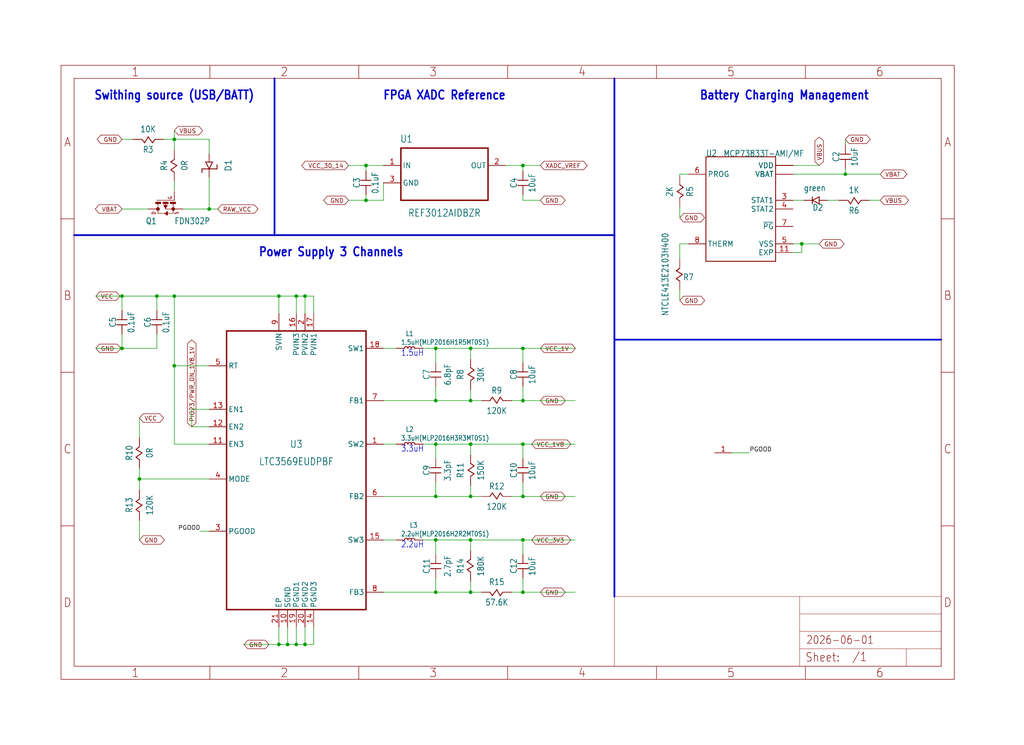
<source format=kicad_sch>
(kicad_sch (version 20250114) (generator "eeschema") (generator_version "9.0")
  (paper "User" 298.45 217.322)
  (lib_symbols
    (symbol "env-eagle-import:A4L-LOC"
      (symbol "A4L-LOC_1_0"
        (polyline (pts (xy 0 179.07) (xy 260.35 179.07) (xy 260.35 0) (xy 0 0) (xy 0 179.07)))
        (polyline (pts (xy 0 134.3025) (xy 3.81 134.3025)))
        (polyline (pts (xy 0 89.535) (xy 3.81 89.535)))
        (polyline (pts (xy 0 44.7675) (xy 3.81 44.7675)))
        (polyline (pts (xy 3.81 175.26) (xy 3.81 3.81)))
        (polyline (pts (xy 43.3917 179.07) (xy 43.3917 175.26)))
        (polyline (pts (xy 43.3917 3.81) (xy 43.3917 0)))
        (polyline (pts (xy 86.7833 179.07) (xy 86.7833 175.26)))
        (polyline (pts (xy 86.7833 3.81) (xy 86.7833 0)))
        (polyline (pts (xy 130.175 179.07) (xy 130.175 175.26)))
        (polyline (pts (xy 130.175 3.81) (xy 130.175 0)))
        (polyline (pts (xy 161.29 24.13) (xy 215.265 24.13)) (stroke (width 0.1016)))
        (polyline (pts (xy 161.29 3.81) (xy 161.29 24.13)) (stroke (width 0.1016)))
        (polyline (pts (xy 173.5667 179.07) (xy 173.5667 175.26)))
        (polyline (pts (xy 173.5667 3.81) (xy 173.5667 0)))
        (polyline (pts (xy 215.265 24.13) (xy 256.54 24.13)) (stroke (width 0.1016)))
        (polyline (pts (xy 215.265 19.05) (xy 215.265 24.13)) (stroke (width 0.1016)))
        (polyline (pts (xy 215.265 19.05) (xy 256.54 19.05)) (stroke (width 0.1016)))
        (polyline (pts (xy 215.265 13.97) (xy 215.265 19.05)) (stroke (width 0.1016)))
        (polyline (pts (xy 215.265 13.97) (xy 256.54 13.97)) (stroke (width 0.1016)))
        (polyline (pts (xy 215.265 8.89) (xy 215.265 13.97)) (stroke (width 0.1016)))
        (polyline (pts (xy 215.265 8.89) (xy 215.265 3.81)) (stroke (width 0.1016)))
        (polyline (pts (xy 216.9583 179.07) (xy 216.9583 175.26)))
        (polyline (pts (xy 216.9583 3.81) (xy 216.9583 0)))
        (polyline (pts (xy 246.38 8.89) (xy 215.265 8.89)) (stroke (width 0.1016)))
        (polyline (pts (xy 246.38 8.89) (xy 256.54 8.89)) (stroke (width 0.1016)))
        (polyline (pts (xy 246.38 3.81) (xy 246.38 8.89)) (stroke (width 0.1016)))
        (polyline (pts (xy 256.54 175.26) (xy 3.81 175.26)))
        (polyline (pts (xy 256.54 175.26) (xy 256.54 3.81)))
        (polyline (pts (xy 256.54 134.3025) (xy 260.35 134.3025)))
        (polyline (pts (xy 256.54 89.535) (xy 260.35 89.535)))
        (polyline (pts (xy 256.54 44.7675) (xy 260.35 44.7675)))
        (polyline (pts (xy 256.54 19.05) (xy 256.54 24.13)) (stroke (width 0.1016)))
        (polyline (pts (xy 256.54 13.97) (xy 256.54 19.05)) (stroke (width 0.1016)))
        (polyline (pts (xy 256.54 8.89) (xy 256.54 13.97)) (stroke (width 0.1016)))
        (polyline (pts (xy 256.54 3.81) (xy 3.81 3.81)))
        (polyline (pts (xy 256.54 3.81) (xy 256.54 8.89)) (stroke (width 0.1016)))
        (text "A" (at 1.905 156.6863 0) (effects (font (size 2.54 2.286))))
        (text "B" (at 1.905 111.9188 0) (effects (font (size 2.54 2.286))))
        (text "C" (at 1.905 67.1513 0) (effects (font (size 2.54 2.286))))
        (text "D" (at 1.905 22.3838 0) (effects (font (size 2.54 2.286))))
        (text "1" (at 21.6958 177.165 0) (effects (font (size 2.54 2.286))))
        (text "1" (at 21.6958 1.905 0) (effects (font (size 2.54 2.286))))
        (text "2" (at 65.0875 177.165 0) (effects (font (size 2.54 2.286))))
        (text "2" (at 65.0875 1.905 0) (effects (font (size 2.54 2.286))))
        (text "3" (at 108.4792 177.165 0) (effects (font (size 2.54 2.286))))
        (text "3" (at 108.4792 1.905 0) (effects (font (size 2.54 2.286))))
        (text "4" (at 151.8708 177.165 0) (effects (font (size 2.54 2.286))))
        (text "4" (at 151.8708 1.905 0) (effects (font (size 2.54 2.286))))
        (text "5" (at 195.2625 177.165 0) (effects (font (size 2.54 2.286))))
        (text "5" (at 195.2625 1.905 0) (effects (font (size 2.54 2.286))))
        (text "Sheet:" (at 216.916 4.953 0) (effects (font (size 2.54 2.159)) (justify left bottom)))
        (text "${PROJECTNAME}" (at 217.17 15.24 0) (effects (font (size 2.54 2.159)) (justify left bottom)))
        (text "${CURRENT_DATE}" (at 217.17 10.16 0) (effects (font (size 2.286 1.9431)) (justify left bottom)))
        (text "${#}/${##}" (at 230.505 5.08 0) (effects (font (size 2.54 2.159)) (justify left bottom)))
        (text "6" (at 238.6542 177.165 0) (effects (font (size 2.54 2.286))))
        (text "6" (at 238.6542 1.905 0) (effects (font (size 2.54 2.286))))
        (text "A" (at 258.445 156.6863 0) (effects (font (size 2.54 2.286))))
        (text "B" (at 258.445 111.9188 0) (effects (font (size 2.54 2.286))))
        (text "C" (at 258.445 67.1513 0) (effects (font (size 2.54 2.286))))
        (text "D" (at 258.445 22.3838 0) (effects (font (size 2.54 2.286))))
      )
    )
    (symbol "env-eagle-import:CAPACITOR0402"
      (property "Reference" "C" (at 0 1.714 0))
      (symbol "CAPACITOR0402_1_0"
        (polyline (pts (xy -0.762 1.524) (xy -0.762 -1.524)) (stroke (width 0.254)))
        (polyline (pts (xy 0.762 -1.524) (xy 0.762 1.524)) (stroke (width 0.254)))
        (pin bidirectional line (at -3.46 0 0) (length 2.54) (name "P$1") (number "1"))
        (pin bidirectional line (at 3.46 0 180) (length 2.54) (name "P$2") (number "2"))
      )
    )
    (symbol "env-eagle-import:CAPACITOR0603"
      (property "Reference" "C" (at 0 1.714 0))
      (symbol "CAPACITOR0603_1_0"
        (polyline (pts (xy -0.762 1.524) (xy -0.762 -1.524)) (stroke (width 0.254)))
        (polyline (pts (xy 0.762 -1.524) (xy 0.762 1.524)) (stroke (width 0.254)))
        (pin bidirectional line (at -3.46 0 0) (length 2.54) (name "P$1") (number "1"))
        (pin bidirectional line (at 3.46 0 180) (length 2.54) (name "P$2") (number "2"))
      )
    )
    (symbol "env-eagle-import:CAPACITOR0805"
      (property "Reference" "C" (at 0 1.714 0))
      (symbol "CAPACITOR0805_1_0"
        (polyline (pts (xy -0.762 1.524) (xy -0.762 -1.524)) (stroke (width 0.254)))
        (polyline (pts (xy 0.762 -1.524) (xy 0.762 1.524)) (stroke (width 0.254)))
        (pin bidirectional line (at -3.46 0 0) (length 2.54) (name "P$1") (number "1"))
        (pin bidirectional line (at 3.46 0 180) (length 2.54) (name "P$2") (number "2"))
      )
    )
    (symbol "env-eagle-import:FDN302P"
      (property "Reference" "Q" (at 2.5427 0 0))
      (symbol "FDN302P_1_0"
        (polyline (pts (xy -2.54 -2.54) (xy -2.54 2.54)) (stroke (width 0.1524)))
        (rectangle (start -2.0358 -2.9265) (end -1.524 -1.397) (fill (type outline)))
        (rectangle (start -2.0337 1.3982) (end -1.524 2.9209) (fill (type outline)))
        (rectangle (start -2.0323 -0.7621) (end -1.524 0.762) (fill (type outline)))
        (polyline (pts (xy -1.905 -2.2225) (xy 0 -2.2225)) (stroke (width 0.1524)))
        (polyline (pts (xy -1.5875 2.2225) (xy 0 2.2225)) (stroke (width 0.1524)))
        (polyline (pts (xy -1.0795 0) (xy -1.905 0)) (stroke (width 0.1524)))
        (polyline (pts (xy -0.0635 0) (xy -1.0795 0.635) (xy -1.0795 -0.635)) (stroke (width 0.1016)) (fill (type outline)))
        (polyline (pts (xy 0 2.54) (xy 0 2.2225)) (stroke (width 0.1524)))
        (circle (center 0 2.2225) (radius 0.127) (stroke (width 0.4064)))
        (polyline (pts (xy 0 2.2225) (xy 1.27 2.2225)) (stroke (width 0.1524)))
        (polyline (pts (xy 0 0) (xy 0 -2.2225)) (stroke (width 0.1524)))
        (polyline (pts (xy 0 -2.2225) (xy 0 -2.54)) (stroke (width 0.1524)))
        (circle (center 0 -2.2225) (radius 0.127) (stroke (width 0.4064)))
        (polyline (pts (xy 1.27 2.2225) (xy 1.27 -2.2225)) (stroke (width 0.1524)))
        (polyline (pts (xy 1.27 0.3175) (xy 1.778 -0.4445) (xy 0.762 -0.4445)) (stroke (width 0.1524)) (fill (type outline)))
        (polyline (pts (xy 1.27 -2.2225) (xy 0 -2.2225)) (stroke (width 0.1524)))
        (rectangle (start 1.778 -0.3174) (end 0.7632 -0.5723) (fill (type outline)))
        (text "G" (at -3.8139 -1.9069 0) (effects (font (size 1.017 0.8644)) (justify left bottom)))
        (text "D" (at 0.6357 2.8607 0) (effects (font (size 1.0171 0.8645)) (justify left bottom)))
        (text "S" (at 0.636 -3.8164 0) (effects (font (size 1.0177 0.865)) (justify left bottom)))
        (pin passive line (at -5.08 -2.54 0) (length 2.54) (name "G") (number "1"))
        (pin passive line (at 0 5.08 270) (length 2.54) (name "D") (number "3"))
        (pin passive line (at 0 -5.08 90) (length 2.54) (name "S") (number "2"))
      )
    )
    (symbol "env-eagle-import:INDUCTORDFE201612E-R33M=P2"
      (property "Reference" "L" (at 0 3.54 0))
      (symbol "INDUCTORDFE201612E-R33M=P2_1_0"
        (arc (start -1.5 0) (mid -1 0.5) (end -0.5 0) (stroke (width 0.254)))
        (arc (start -0.5 0) (mid 0 0.5) (end 0.5 0) (stroke (width 0.254)))
        (arc (start 0.5 0) (mid 1 0.5) (end 1.5 0) (stroke (width 0.254)))
        (pin bidirectional line (at -3.96 0 0) (length 2.54) (name "P$1") (number "1"))
        (pin bidirectional line (at 3.96 0 180) (length 2.54) (name "P$2") (number "2"))
      )
    )
    (symbol "env-eagle-import:LED0402"
      (property "Reference" "D" (at -3 2 0))
      (symbol "LED0402_1_0"
        (polyline (pts (xy -1 1) (xy -1 -1)) (stroke (width 0.254)))
        (polyline (pts (xy -1 -1) (xy 1 0)) (stroke (width 0.254)))
        (polyline (pts (xy 1 1) (xy 1 0)) (stroke (width 0.254)))
        (polyline (pts (xy 1 0) (xy -1 1)) (stroke (width 0.254)))
        (polyline (pts (xy 1 0) (xy 1 -1)) (stroke (width 0.254)))
        (pin bidirectional line (at -3.46 0 0) (length 2.54) (name "1") (number "1"))
        (pin bidirectional line (at 3.46 0 180) (length 2.54) (name "2") (number "2"))
      )
    )
    (symbol "env-eagle-import:LTC3569EUDPBF"
      (property "Reference" "U" (at 0 2.54 0))
      (symbol "LTC3569EUDPBF_1_0"
        (polyline (pts (xy -20.32 35.56) (xy -20.32 -45.72)) (stroke (width 0.4064)))
        (polyline (pts (xy -20.32 -45.72) (xy 20.32 -45.72)) (stroke (width 0.4064)))
        (polyline (pts (xy 20.32 35.56) (xy -20.32 35.56)) (stroke (width 0.4064)))
        (polyline (pts (xy 20.32 -45.72) (xy 20.32 35.56)) (stroke (width 0.4064)))
        (pin passive line (at -25.4 25.4 0) (length 5.08) (name "RT") (number "5"))
        (pin input line (at -25.4 12.7 0) (length 5.08) (name "EN1") (number "13"))
        (pin input line (at -25.4 7.62 0) (length 5.08) (name "EN2") (number "12"))
        (pin input line (at -25.4 2.54 0) (length 5.08) (name "EN3") (number "11"))
        (pin input line (at -25.4 -7.62 0) (length 5.08) (name "MODE") (number "4"))
        (pin output line (at -25.4 -22.86 0) (length 5.08) (name "PGOOD") (number "3"))
        (pin power_in line (at -5.08 40.64 270) (length 5.08) (name "SVIN") (number "9"))
        (pin passive line (at -5.08 -50.8 90) (length 5.08) (name "EP") (number "21"))
        (pin passive line (at -2.54 -50.8 90) (length 5.08) (name "SGND") (number "10"))
        (pin power_in line (at 0 40.64 270) (length 5.08) (name "PVIN3") (number "16"))
        (pin passive line (at 0 -50.8 90) (length 5.08) (name "PGND1") (number "19"))
        (pin power_in line (at 2.54 40.64 270) (length 5.08) (name "PVIN2") (number "2"))
        (pin passive line (at 2.54 -50.8 90) (length 5.08) (name "PGND2") (number "20"))
        (pin power_in line (at 5.08 40.64 270) (length 5.08) (name "PVIN1") (number "17"))
        (pin passive line (at 5.08 -50.8 90) (length 5.08) (name "PGND3") (number "14"))
        (pin passive line (at 25.4 30.48 180) (length 5.08) (name "SW1") (number "18"))
        (pin input line (at 25.4 15.24 180) (length 5.08) (name "FB1") (number "7"))
        (pin passive line (at 25.4 2.54 180) (length 5.08) (name "SW2") (number "1"))
        (pin input line (at 25.4 -12.7 180) (length 5.08) (name "FB2") (number "6"))
        (pin passive line (at 25.4 -25.4 180) (length 5.08) (name "SW3") (number "15"))
        (pin input line (at 25.4 -40.64 180) (length 5.08) (name "FB3") (number "8"))
      )
    )
    (symbol "env-eagle-import:MCP73833T-AMI/MF"
      (property "Reference" "U" (at -10.1768 15.2652 0))
      (symbol "MCP73833T-AMI/MF_1_0"
        (polyline (pts (xy -10.16 15.24) (xy 10.16 15.24)) (stroke (width 0.254)))
        (polyline (pts (xy -10.16 -15.24) (xy -10.16 15.24)) (stroke (width 0.254)))
        (polyline (pts (xy 10.16 15.24) (xy 10.16 -15.24)) (stroke (width 0.254)))
        (polyline (pts (xy 10.16 -15.24) (xy -10.16 -15.24)) (stroke (width 0.254)))
        (pin bidirectional line (at -15.24 10.16 0) (length 5.08) (name "PROG") (number "6"))
        (pin bidirectional line (at -15.24 -10.16 0) (length 5.08) (name "THERM") (number "8"))
        (pin bidirectional line (at 15.24 12.7 180) (length 5.08) (name "VDD") (number "1"))
        (pin bidirectional line (at 15.24 12.7 180) (length 5.08) (name "VDD") (number "2"))
        (pin bidirectional line (at 15.24 10.16 180) (length 5.08) (name "VBAT") (number "10"))
        (pin bidirectional line (at 15.24 10.16 180) (length 5.08) (name "VBAT") (number "9"))
        (pin bidirectional line (at 15.24 2.54 180) (length 5.08) (name "STAT1") (number "3"))
        (pin bidirectional line (at 15.24 0 180) (length 5.08) (name "STAT2") (number "4"))
        (pin bidirectional line (at 15.24 -5.08 180) (length 5.08) (name "~{PG}") (number "7"))
        (pin bidirectional line (at 15.24 -10.16 180) (length 5.08) (name "VSS") (number "5"))
        (pin bidirectional line (at 15.24 -12.7 180) (length 5.08) (name "EXP") (number "11"))
      )
    )
    (symbol "env-eagle-import:REF3012AIDBZR"
      (property "Reference" "U" (at -5.3697 11.6762 0))
      (symbol "REF3012AIDBZR_1_0"
        (polyline (pts (xy -12.7 7.62) (xy -12.7 -7.62)) (stroke (width 0.4064)))
        (polyline (pts (xy -12.7 -7.62) (xy 12.7 -7.62)) (stroke (width 0.4064)))
        (polyline (pts (xy 12.7 7.62) (xy -12.7 7.62)) (stroke (width 0.4064)))
        (polyline (pts (xy 12.7 -7.62) (xy 12.7 7.62)) (stroke (width 0.4064)))
        (pin bidirectional line (at -17.78 2.54 0) (length 5.08) (name "IN") (number "1"))
        (pin bidirectional line (at -17.78 -2.54 0) (length 5.08) (name "GND") (number "3"))
        (pin output line (at 17.78 2.54 180) (length 5.08) (name "OUT") (number "2"))
      )
    )
    (symbol "env-eagle-import:RESISTORSMD_0402"
      (property "Reference" "R" (at 0 2 0))
      (symbol "RESISTORSMD_0402_1_0"
        (polyline (pts (xy -2 0) (xy -1.27 1.016)) (stroke (width 0.254)))
        (polyline (pts (xy -1.27 1.016) (xy 0 -0.762)) (stroke (width 0.254)))
        (polyline (pts (xy 0 -0.762) (xy 1.016 1.016)) (stroke (width 0.254)))
        (polyline (pts (xy 1.016 1.016) (xy 1.778 0)) (stroke (width 0.254)))
        (pin bidirectional line (at -4.46 0 0) (length 2.54) (name "1") (number "1"))
        (pin bidirectional line (at 4.46 0 180) (length 2.54) (name "2") (number "2"))
      )
    )
    (symbol "env-eagle-import:RESISTORTHT_THERMAL"
      (property "Reference" "R" (at 0 2 0))
      (symbol "RESISTORTHT_THERMAL_1_0"
        (polyline (pts (xy -2 0) (xy -1.27 1.016)) (stroke (width 0.254)))
        (polyline (pts (xy -1.27 1.016) (xy 0 -0.762)) (stroke (width 0.254)))
        (polyline (pts (xy 0 -0.762) (xy 1.016 1.016)) (stroke (width 0.254)))
        (polyline (pts (xy 1.016 1.016) (xy 1.778 0)) (stroke (width 0.254)))
        (pin bidirectional line (at -4.46 0 0) (length 2.54) (name "1") (number "P$1"))
        (pin bidirectional line (at 4.46 0 180) (length 2.54) (name "2") (number "P$2"))
      )
    )
    (symbol "env-eagle-import:SCHOTTKY_DIODEB5817W"
      (property "Reference" "D" (at 0 4.54 0))
      (symbol "SCHOTTKY_DIODEB5817W_1_0"
        (polyline (pts (xy -1 1) (xy -1 -1)) (stroke (width 0.254)))
        (polyline (pts (xy -1 -1) (xy 1 0)) (stroke (width 0.254)))
        (polyline (pts (xy 1 2.3) (xy -0.2 2.3)) (stroke (width 0.254)))
        (polyline (pts (xy 1 0) (xy -1 1)) (stroke (width 0.254)))
        (polyline (pts (xy 1 0) (xy 1 2.3)) (stroke (width 0.254)))
        (polyline (pts (xy 1 0) (xy 1 -2.1)) (stroke (width 0.254)))
        (polyline (pts (xy 1 -2.1) (xy 2.1 -2.1)) (stroke (width 0.254)))
        (pin bidirectional line (at -3.46 0 0) (length 2.54) (name "A") (number "2"))
        (pin bidirectional line (at 3.46 0 180) (length 2.54) (name "C") (number "1"))
      )
    )
    (symbol "env-eagle-import:TEST_POINTSMD"
      (symbol "TEST_POINTSMD_1_0"
        (pin bidirectional line (at -5.08 0 0) (length 5.08) (name ">NAME") (number "1"))
      )
    )
  )
  (text "3.3uH" (at 116.84 132.08 0) (effects (font (size 1.778 1.5113)) (justify left bottom)))
  (text "2.2uH" (at 116.84 160.02 0) (effects (font (size 1.778 1.5113)) (justify left bottom)))
  (text "FPGA XADC Reference" (at 129.54 27.94 0) (effects (font (size 2.54 2.159) (thickness 0.4318) (bold yes))))
  (text "Swithing source (USB/BATT)" (at 50.8 27.94 0) (effects (font (size 2.54 2.159) (thickness 0.4318) (bold yes))))
  (text "1.5uH" (at 116.84 104.14 0) (effects (font (size 1.778 1.5113)) (justify left bottom)))
  (text "Power Supply 3 Channels" (at 96.52 73.66 0) (effects (font (size 2.54 2.159) (thickness 0.4318) (bold yes))))
  (text "Battery Charging Management" (at 228.6 27.94 0) (effects (font (size 2.54 2.159) (thickness 0.4318) (bold yes))))
  (junction (at 83.82 187.96))
  (junction (at 127 116.84))
  (junction (at 152.4 129.54))
  (junction (at 137.16 172.72))
  (junction (at 127 157.48))
  (junction (at 50.8 106.68))
  (junction (at 137.16 144.78))
  (junction (at 35.56 101.6))
  (junction (at 106.68 48.26))
  (junction (at 127 129.54))
  (junction (at 152.4 157.48))
  (junction (at 40.64 139.7))
  (junction (at 137.16 157.48))
  (junction (at 127 172.72))
  (junction (at 88.9 86.36))
  (junction (at 152.4 101.6))
  (junction (at 106.68 58.42))
  (junction (at 50.8 86.36))
  (junction (at 127 144.78))
  (junction (at 152.4 144.78))
  (junction (at 86.36 187.96))
  (junction (at 137.16 116.84))
  (junction (at 60.96 60.96))
  (junction (at 152.4 48.26))
  (junction (at 81.28 86.36))
  (junction (at 127 101.6))
  (junction (at 152.4 172.72))
  (junction (at 137.16 101.6))
  (junction (at 81.28 187.96))
  (junction (at 246.38 50.8))
  (junction (at 233.68 71.12))
  (junction (at 152.4 116.84))
  (junction (at 45.72 86.36))
  (junction (at 35.56 86.36))
  (junction (at 86.36 86.36))
  (junction (at 88.9 187.96))
  (junction (at 50.8 40.64))
  (junction (at 137.16 129.54))
  (wire (pts (xy 246.38 49.18) (xy 246.38 50.8)) (stroke (width 0.1524)))
  (wire (pts (xy 152.4 101.6) (xy 167.64 101.6)) (stroke (width 0.1524)))
  (wire (pts (xy 86.36 182.88) (xy 86.36 187.96)) (stroke (width 0.1524)))
  (wire (pts (xy 50.8 86.36) (xy 81.28 86.36)) (stroke (width 0.1524)))
  (wire (pts (xy 60.96 119.38) (xy 55.88 119.38)) (stroke (width 0.1524)))
  (wire (pts (xy 198.12 60.34) (xy 198.12 63.5)) (stroke (width 0.1524)))
  (wire (pts (xy 50.8 40.64) (xy 47.64 40.64)) (stroke (width 0.1524)))
  (wire (pts (xy 81.28 182.88) (xy 81.28 187.96)) (stroke (width 0.1524)))
  (wire (pts (xy 88.9 187.96) (xy 86.36 187.96)) (stroke (width 0.1524)))
  (wire (pts (xy 137.16 132.7) (xy 137.16 129.54)) (stroke (width 0.1524)))
  (wire (pts (xy 40.64 151.78) (xy 40.64 157.48)) (stroke (width 0.1524)))
  (wire (pts (xy 152.4 48.26) (xy 157.48 48.26)) (stroke (width 0.1524)))
  (wire (pts (xy 127 161.64) (xy 127 157.48)) (stroke (width 0.1524)))
  (wire (pts (xy 137.16 113.68) (xy 137.16 116.84)) (stroke (width 0.1524)))
  (wire (pts (xy 60.96 60.96) (xy 60.96 51.72)) (stroke (width 0.1524)))
  (wire (pts (xy 231.14 50.8) (xy 246.38 50.8)) (stroke (width 0.1524)))
  (wire (pts (xy 127 144.78) (xy 111.76 144.78)) (stroke (width 0.1524)))
  (wire (pts (xy 83.82 182.88) (xy 83.82 187.96)) (stroke (width 0.1524)))
  (wire (pts (xy 127 140.62) (xy 127 144.78)) (stroke (width 0.1524)))
  (wire (pts (xy 137.16 116.84) (xy 140.32 116.84)) (stroke (width 0.1524)))
  (wire (pts (xy 137.16 101.6) (xy 152.4 101.6)) (stroke (width 0.1524)))
  (wire (pts (xy 83.82 187.96) (xy 81.28 187.96)) (stroke (width 0.1524)))
  (wire (pts (xy 60.96 106.68) (xy 50.8 106.68)) (stroke (width 0.1524)))
  (wire (pts (xy 91.44 182.88) (xy 91.44 187.96)) (stroke (width 0.1524)))
  (wire (pts (xy 111.76 53.34) (xy 111.76 58.42)) (stroke (width 0.1524)))
  (wire (pts (xy 137.16 141.62) (xy 137.16 144.78)) (stroke (width 0.1524)))
  (wire (pts (xy 152.4 56.8) (xy 152.4 58.42)) (stroke (width 0.1524)))
  (wire (pts (xy 198.12 84.47) (xy 198.12 87.63)) (stroke (width 0.1524)))
  (wire (pts (xy 60.96 139.7) (xy 40.64 139.7)) (stroke (width 0.1524)))
  (wire (pts (xy 241.22 58.42) (xy 244.46 58.42)) (stroke (width 0.1524)))
  (wire (pts (xy 198.12 71.12) (xy 200.66 71.12)) (stroke (width 0.1524)))
  (wire (pts (xy 137.16 129.54) (xy 152.4 129.54)) (stroke (width 0.1524)))
  (wire (pts (xy 152.4 116.84) (xy 167.64 116.84)) (stroke (width 0.1524)))
  (wire (pts (xy 152.4 144.78) (xy 167.64 144.78)) (stroke (width 0.1524)))
  (wire (pts (xy 60.96 60.96) (xy 63.5 60.96)) (stroke (width 0.1524)))
  (polyline (pts (xy 80.01 68.58) (xy 80.01 22.86)) (stroke (width 0.508) (type solid)))
  (wire (pts (xy 50.8 106.68) (xy 50.8 86.36)) (stroke (width 0.1524)))
  (wire (pts (xy 106.68 48.26) (xy 101.6 48.26)) (stroke (width 0.1524)))
  (wire (pts (xy 123.34 129.54) (xy 127 129.54)) (stroke (width 0.1524)))
  (wire (pts (xy 35.56 86.36) (xy 45.72 86.36)) (stroke (width 0.1524)))
  (wire (pts (xy 35.56 90.52) (xy 35.56 86.36)) (stroke (width 0.1524)))
  (wire (pts (xy 60.96 44.8) (xy 60.96 40.64)) (stroke (width 0.1524)))
  (wire (pts (xy 50.8 43.8) (xy 50.8 40.64)) (stroke (width 0.1524)))
  (wire (pts (xy 231.14 73.66) (xy 233.68 73.66)) (stroke (width 0.1524)))
  (wire (pts (xy 152.4 58.42) (xy 157.48 58.42)) (stroke (width 0.1524)))
  (wire (pts (xy 88.9 182.88) (xy 88.9 187.96)) (stroke (width 0.1524)))
  (wire (pts (xy 35.56 101.6) (xy 27.94 101.6)) (stroke (width 0.1524)))
  (wire (pts (xy 137.16 144.78) (xy 140.32 144.78)) (stroke (width 0.1524)))
  (wire (pts (xy 152.4 172.72) (xy 149.24 172.72)) (stroke (width 0.1524)))
  (wire (pts (xy 53.34 60.96) (xy 60.96 60.96)) (stroke (width 0.1524)))
  (wire (pts (xy 127 133.7) (xy 127 129.54)) (stroke (width 0.1524)))
  (wire (pts (xy 106.68 49.88) (xy 106.68 48.26)) (stroke (width 0.1524)))
  (wire (pts (xy 233.68 71.12) (xy 238.76 71.12)) (stroke (width 0.1524)))
  (wire (pts (xy 152.4 172.72) (xy 167.64 172.72)) (stroke (width 0.1524)))
  (wire (pts (xy 140.32 172.72) (xy 137.16 172.72)) (stroke (width 0.1524)))
  (wire (pts (xy 152.4 133.7) (xy 152.4 129.54)) (stroke (width 0.1524)))
  (wire (pts (xy 198.12 75.55) (xy 198.12 71.12)) (stroke (width 0.1524)))
  (wire (pts (xy 127 144.78) (xy 137.16 144.78)) (stroke (width 0.1524)))
  (wire (pts (xy 198.12 51.42) (xy 198.12 50.8)) (stroke (width 0.1524)))
  (wire (pts (xy 137.16 104.76) (xy 137.16 101.6)) (stroke (width 0.1524)))
  (wire (pts (xy 147.32 48.26) (xy 152.4 48.26)) (stroke (width 0.1524)))
  (wire (pts (xy 91.44 86.36) (xy 91.44 91.44)) (stroke (width 0.1524)))
  (wire (pts (xy 88.9 86.36) (xy 91.44 86.36)) (stroke (width 0.1524)))
  (wire (pts (xy 137.16 172.72) (xy 127 172.72)) (stroke (width 0.1524)))
  (wire (pts (xy 127 112.68) (xy 127 116.84)) (stroke (width 0.1524)))
  (wire (pts (xy 231.14 48.26) (xy 238.76 48.26)) (stroke (width 0.1524)))
  (wire (pts (xy 152.4 105.76) (xy 152.4 101.6)) (stroke (width 0.1524)))
  (wire (pts (xy 152.4 129.54) (xy 167.64 129.54)) (stroke (width 0.1524)))
  (wire (pts (xy 233.68 73.66) (xy 233.68 71.12)) (stroke (width 0.1524)))
  (wire (pts (xy 152.4 112.68) (xy 152.4 116.84)) (stroke (width 0.1524)))
  (wire (pts (xy 198.12 50.8) (xy 200.66 50.8)) (stroke (width 0.1524)))
  (polyline (pts (xy 80.01 68.58) (xy 179.07 68.58)) (stroke (width 0.508) (type solid)))
  (wire (pts (xy 55.88 124.46) (xy 55.88 119.38)) (stroke (width 0.1524)))
  (wire (pts (xy 45.72 90.52) (xy 45.72 86.36)) (stroke (width 0.1524)))
  (wire (pts (xy 231.14 71.12) (xy 233.68 71.12)) (stroke (width 0.1524)))
  (wire (pts (xy 43.18 60.96) (xy 35.56 60.96)) (stroke (width 0.1524)))
  (wire (pts (xy 35.56 86.36) (xy 27.94 86.36)) (stroke (width 0.1524)))
  (wire (pts (xy 60.96 124.46) (xy 55.88 124.46)) (stroke (width 0.1524)))
  (wire (pts (xy 231.14 58.42) (xy 234.3 58.42)) (stroke (width 0.1524)))
  (wire (pts (xy 81.28 91.44) (xy 81.28 86.36)) (stroke (width 0.1524)))
  (wire (pts (xy 115.42 157.48) (xy 111.76 157.48)) (stroke (width 0.1524)))
  (wire (pts (xy 127 157.48) (xy 123.34 157.48)) (stroke (width 0.1524)))
  (wire (pts (xy 123.34 101.6) (xy 127 101.6)) (stroke (width 0.1524)))
  (wire (pts (xy 45.72 101.6) (xy 35.56 101.6)) (stroke (width 0.1524)))
  (wire (pts (xy 81.28 187.96) (xy 71.12 187.96)) (stroke (width 0.1524)))
  (wire (pts (xy 86.36 187.96) (xy 83.82 187.96)) (stroke (width 0.1524)))
  (wire (pts (xy 127 105.76) (xy 127 101.6)) (stroke (width 0.1524)))
  (wire (pts (xy 152.4 168.56) (xy 152.4 172.72)) (stroke (width 0.1524)))
  (wire (pts (xy 149.24 144.78) (xy 152.4 144.78)) (stroke (width 0.1524)))
  (wire (pts (xy 86.36 86.36) (xy 88.9 86.36)) (stroke (width 0.1524)))
  (wire (pts (xy 137.16 116.84) (xy 127 116.84)) (stroke (width 0.1524)))
  (polyline (pts (xy 179.07 68.58) (xy 179.07 22.86)) (stroke (width 0.508) (type solid)))
  (wire (pts (xy 137.16 160.64) (xy 137.16 157.48)) (stroke (width 0.1524)))
  (wire (pts (xy 35.56 97.44) (xy 35.56 101.6)) (stroke (width 0.1524)))
  (wire (pts (xy 86.36 91.44) (xy 86.36 86.36)) (stroke (width 0.1524)))
  (wire (pts (xy 152.4 157.48) (xy 137.16 157.48)) (stroke (width 0.1524)))
  (wire (pts (xy 149.24 116.84) (xy 152.4 116.84)) (stroke (width 0.1524)))
  (wire (pts (xy 111.76 172.72) (xy 127 172.72)) (stroke (width 0.1524)))
  (wire (pts (xy 137.16 169.56) (xy 137.16 172.72)) (stroke (width 0.1524)))
  (polyline (pts (xy 179.07 99.06) (xy 179.07 173.99)) (stroke (width 0.508) (type solid)))
  (wire (pts (xy 38.72 40.64) (xy 35.56 40.64)) (stroke (width 0.1524)))
  (polyline (pts (xy 179.07 68.58) (xy 179.07 99.06)) (stroke (width 0.508) (type solid)))
  (wire (pts (xy 106.68 58.42) (xy 101.6 58.42)) (stroke (width 0.1524)))
  (polyline (pts (xy 179.07 99.06) (xy 274.32 99.06)) (stroke (width 0.508) (type solid)))
  (wire (pts (xy 60.96 154.94) (xy 58.42 154.94)) (stroke (width 0.1524)))
  (wire (pts (xy 213.36 132.08) (xy 218.44 132.08)) (stroke (width 0.1524)))
  (wire (pts (xy 152.4 140.62) (xy 152.4 144.78)) (stroke (width 0.1524)))
  (wire (pts (xy 152.4 157.48) (xy 167.64 157.48)) (stroke (width 0.1524)))
  (wire (pts (xy 50.8 106.68) (xy 50.8 129.54)) (stroke (width 0.1524)))
  (wire (pts (xy 40.64 139.7) (xy 40.64 136.54)) (stroke (width 0.1524)))
  (wire (pts (xy 40.64 127.62) (xy 40.64 121.92)) (stroke (width 0.1524)))
  (wire (pts (xy 137.16 157.48) (xy 127 157.48)) (stroke (width 0.1524)))
  (wire (pts (xy 115.42 101.6) (xy 111.76 101.6)) (stroke (width 0.1524)))
  (wire (pts (xy 60.96 40.64) (xy 50.8 40.64)) (stroke (width 0.1524)))
  (wire (pts (xy 45.72 86.36) (xy 50.8 86.36)) (stroke (width 0.1524)))
  (wire (pts (xy 40.64 139.7) (xy 40.64 142.86)) (stroke (width 0.1524)))
  (wire (pts (xy 50.8 38.1) (xy 50.8 40.64)) (stroke (width 0.1524)))
  (wire (pts (xy 81.28 86.36) (xy 86.36 86.36)) (stroke (width 0.1524)))
  (wire (pts (xy 106.68 56.8) (xy 106.68 58.42)) (stroke (width 0.1524)))
  (wire (pts (xy 152.4 161.64) (xy 152.4 157.48)) (stroke (width 0.1524)))
  (wire (pts (xy 111.76 48.26) (xy 106.68 48.26)) (stroke (width 0.1524)))
  (wire (pts (xy 45.72 97.44) (xy 45.72 101.6)) (stroke (width 0.1524)))
  (wire (pts (xy 50.8 55.88) (xy 50.8 52.72)) (stroke (width 0.1524)))
  (wire (pts (xy 127 101.6) (xy 137.16 101.6)) (stroke (width 0.1524)))
  (polyline (pts (xy 21.59 68.58) (xy 80.01 68.58)) (stroke (width 0.508) (type solid)))
  (wire (pts (xy 152.4 49.88) (xy 152.4 48.26)) (stroke (width 0.1524)))
  (wire (pts (xy 246.38 50.8) (xy 256.54 50.8)) (stroke (width 0.1524)))
  (wire (pts (xy 253.38 58.42) (xy 256.54 58.42)) (stroke (width 0.1524)))
  (wire (pts (xy 127 116.84) (xy 111.76 116.84)) (stroke (width 0.1524)))
  (wire (pts (xy 60.96 129.54) (xy 50.8 129.54)) (stroke (width 0.1524)))
  (wire (pts (xy 246.38 42.26) (xy 246.38 40.64)) (stroke (width 0.1524)))
  (wire (pts (xy 88.9 91.44) (xy 88.9 86.36)) (stroke (width 0.1524)))
  (wire (pts (xy 127 168.56) (xy 127 172.72)) (stroke (width 0.1524)))
  (wire (pts (xy 115.42 129.54) (xy 111.76 129.54)) (stroke (width 0.1524)))
  (wire (pts (xy 127 129.54) (xy 137.16 129.54)) (stroke (width 0.1524)))
  (wire (pts (xy 111.76 58.42) (xy 106.68 58.42)) (stroke (width 0.1524)))
  (wire (pts (xy 91.44 187.96) (xy 88.9 187.96)) (stroke (width 0.1524)))
  (label "PGOOD" (at 218.44 132.08 0) (effects (font (size 1.2446 1.2446))))
  (label "PGOOD" (at 58.42 154.94 180) (effects (font (size 1.2446 1.2446))))
  (global_label "GND" (shape bidirectional) (at 71.12 187.96 0) (effects (font (size 1.2446 1.2446))) (property "Intersheetrefs" "${INTERSHEET_REFS}" (effects (hide yes))))
  (global_label "VBUS" (shape bidirectional) (at 50.8 38.1 0) (effects (font (size 1.2446 1.2446))) (property "Intersheetrefs" "${INTERSHEET_REFS}" (effects (hide yes))))
  (global_label "VCC_1V8" (shape bidirectional) (at 154.94 129.54 0) (effects (font (size 1.2446 1.2446))) (property "Intersheetrefs" "${INTERSHEET_REFS}" (effects (hide yes))))
  (global_label "GND" (shape bidirectional) (at 157.48 58.42 0) (effects (font (size 1.2446 1.2446))) (property "Intersheetrefs" "${INTERSHEET_REFS}" (effects (hide yes))))
  (global_label "GND" (shape bidirectional) (at 198.12 87.63 0) (effects (font (size 1.2446 1.2446))) (property "Intersheetrefs" "${INTERSHEET_REFS}" (effects (hide yes))))
  (global_label "GND" (shape bidirectional) (at 157.48 172.72 0) (effects (font (size 1.2446 1.2446))) (property "Intersheetrefs" "${INTERSHEET_REFS}" (effects (hide yes))))
  (global_label "VCC_3V3" (shape bidirectional) (at 154.94 157.48 0) (effects (font (size 1.2446 1.2446))) (property "Intersheetrefs" "${INTERSHEET_REFS}" (effects (hide yes))))
  (global_label "VBAT" (shape bidirectional) (at 256.54 50.8 0) (effects (font (size 1.2446 1.2446))) (property "Intersheetrefs" "${INTERSHEET_REFS}" (effects (hide yes))))
  (global_label "VCC" (shape bidirectional) (at 27.94 86.36 0) (effects (font (size 1.2446 1.2446))) (property "Intersheetrefs" "${INTERSHEET_REFS}" (effects (hide yes))))
  (global_label "GND" (shape bidirectional) (at 35.56 40.64 180) (effects (font (size 1.2446 1.2446))) (property "Intersheetrefs" "${INTERSHEET_REFS}" (effects (hide yes))))
  (global_label "PIO23/PWR_ON_1V8_1V" (shape bidirectional) (at 55.88 124.46 90) (effects (font (size 1.2446 1.2446))) (property "Intersheetrefs" "${INTERSHEET_REFS}" (effects (hide yes))))
  (global_label "GND" (shape bidirectional) (at 101.6 58.42 180) (effects (font (size 1.2446 1.2446))) (property "Intersheetrefs" "${INTERSHEET_REFS}" (effects (hide yes))))
  (global_label "VCC" (shape bidirectional) (at 40.64 121.92 0) (effects (font (size 1.2446 1.2446))) (property "Intersheetrefs" "${INTERSHEET_REFS}" (effects (hide yes))))
  (global_label "GND" (shape bidirectional) (at 157.48 116.84 0) (effects (font (size 1.2446 1.2446))) (property "Intersheetrefs" "${INTERSHEET_REFS}" (effects (hide yes))))
  (global_label "GND" (shape bidirectional) (at 238.76 71.12 0) (effects (font (size 1.2446 1.2446))) (property "Intersheetrefs" "${INTERSHEET_REFS}" (effects (hide yes))))
  (global_label "XADC_VREF" (shape bidirectional) (at 157.48 48.26 0) (effects (font (size 1.2446 1.2446))) (property "Intersheetrefs" "${INTERSHEET_REFS}" (effects (hide yes))))
  (global_label "GND" (shape bidirectional) (at 198.12 63.5 0) (effects (font (size 1.2446 1.2446))) (property "Intersheetrefs" "${INTERSHEET_REFS}" (effects (hide yes))))
  (global_label "GND" (shape bidirectional) (at 40.64 157.48 0) (effects (font (size 1.2446 1.2446))) (property "Intersheetrefs" "${INTERSHEET_REFS}" (effects (hide yes))))
  (global_label "GND" (shape bidirectional) (at 157.48 144.78 0) (effects (font (size 1.2446 1.2446))) (property "Intersheetrefs" "${INTERSHEET_REFS}" (effects (hide yes))))
  (global_label "RAW_VCC" (shape bidirectional) (at 63.5 60.96 0) (effects (font (size 1.2446 1.2446))) (property "Intersheetrefs" "${INTERSHEET_REFS}" (effects (hide yes))))
  (global_label "GND" (shape bidirectional) (at 246.38 40.64 0) (effects (font (size 1.2446 1.2446))) (property "Intersheetrefs" "${INTERSHEET_REFS}" (effects (hide yes))))
  (global_label "VBUS" (shape bidirectional) (at 238.76 48.26 90) (effects (font (size 1.2446 1.2446))) (property "Intersheetrefs" "${INTERSHEET_REFS}" (effects (hide yes))))
  (global_label "VBAT" (shape bidirectional) (at 35.56 60.96 180) (effects (font (size 1.2446 1.2446))) (property "Intersheetrefs" "${INTERSHEET_REFS}" (effects (hide yes))))
  (global_label "GND" (shape bidirectional) (at 27.94 101.6 0) (effects (font (size 1.2446 1.2446))) (property "Intersheetrefs" "${INTERSHEET_REFS}" (effects (hide yes))))
  (global_label "VBUS" (shape bidirectional) (at 256.54 58.42 0) (effects (font (size 1.2446 1.2446))) (property "Intersheetrefs" "${INTERSHEET_REFS}" (effects (hide yes))))
  (global_label "VCC_1V" (shape bidirectional) (at 157.48 101.6 0) (effects (font (size 1.2446 1.2446))) (property "Intersheetrefs" "${INTERSHEET_REFS}" (effects (hide yes))))
  (global_label "VCC_30_14" (shape bidirectional) (at 101.6 48.26 180) (effects (font (size 1.2446 1.2446))) (property "Intersheetrefs" "${INTERSHEET_REFS}" (effects (hide yes))))
  (symbol (lib_id "env-eagle-import:TEST_POINTSMD") (at 208.28 132.08 180) (unit 1)
    (property "Reference" "TP2" (effects (hide yes)))
    (property "Value" "TEST_POINTSMD" (effects (hide yes)))
    (property "Footprint" "env:SMD_PAD" (effects (hide yes)))
  )
  (symbol (lib_id "env-eagle-import:CAPACITOR0603") (at 152.4 53.34 90) (unit 1)
    (property "Reference" "C4" (at 150.686 53.34 0) (effects (font (size 1.778 1.5113)) (justify bottom)))
    (property "Value" "10uF" (at 154.114 53.34 0) (effects (font (size 1.778 1.5113)) (justify top)))
    (property "Footprint" "env:CAPC1608-0603" (effects (hide yes)))
    (property "OC_NEWARK" "unknown" (effects (hide yes)))
  )
  (symbol (lib_id "env-eagle-import:FDN302P") (at 48.26 60.96 90) (mirror x) (unit 1)
    (property "Reference" "Q1" (at 45.7172 63.5 90) (effects (font (size 1.7799 1.5129)) (justify left top)))
    (property "Value" "FDN302P" (at 50.8024 63.4976 90) (effects (font (size 1.7797 1.5127)) (justify right top)))
    (property "Footprint" "env:SSOT-3" (effects (hide yes)))
    (property "OC_NEWARK" "unknown" (effects (hide yes)))
  )
  (symbol (lib_id "env-eagle-import:MCP73833T-AMI/MF") (at 215.9 60.96 0) (unit 1)
    (property "Reference" "U2" (at 205.7232 45.6948 0) (effects (font (size 1.7809 1.5137)) (justify left bottom)))
    (property "Value" "MCP73833T-AMI/MF" (at 210.7994 45.7561 0) (effects (font (size 1.7816 1.5143)) (justify left bottom)))
    (property "Footprint" "env:DFN-10(3X3X0.9)" (effects (hide yes)))
    (property "OC_NEWARK" "unknown" (effects (hide yes)))
  )
  (symbol (lib_id "env-eagle-import:RESISTORSMD_0402") (at 248.92 58.42 180) (unit 1)
    (property "Reference" "R6" (at 248.92 60.42 0) (effects (font (size 1.778 1.5113)) (justify bottom)))
    (property "Value" "1K" (at 248.92 56.42 0) (effects (font (size 1.778 1.5113)) (justify top)))
    (property "Footprint" "env:0402" (effects (hide yes)))
    (property "OC_NEWARK" "unknown" (effects (hide yes)))
  )
  (symbol (lib_id "env-eagle-import:INDUCTORDFE201612E-R33M=P2") (at 119.38 157.48 0) (mirror y) (unit 1)
    (property "Reference" "L3" (at 119.38 153.94 0) (effects (font (size 1.4224 1.209)) (justify right bottom)))
    (property "Value" "2.2uH(MLP2016H2R2MT0S1)" (at 116.84 156.48 0) (effects (font (size 1.4224 1.209)) (justify right bottom)))
    (property "Footprint" "env:INDC2016X120N" (effects (hide yes)))
    (property "OC_NEWARK" "unknown" (effects (hide yes)))
  )
  (symbol (lib_id "env-eagle-import:RESISTORTHT_THERMAL") (at 198.12 80.01 90) (unit 1)
    (property "Reference" "R7" (at 200.66 81.82 90) (effects (font (size 1.778 1.5113)) (justify top)))
    (property "Value" "NTCLE413E2103H400" (at 194.85 80.01 0) (effects (font (size 1.778 1.5113)) (justify bottom)))
    (property "Footprint" "env:THT_2" (effects (hide yes)))
    (property "OC_NEWARK" "unknown" (effects (hide yes)))
  )
  (symbol (lib_id "env-eagle-import:RESISTORSMD_0402") (at 40.64 132.08 90) (unit 1)
    (property "Reference" "R10" (at 38.64 132.08 0) (effects (font (size 1.778 1.5113)) (justify bottom)))
    (property "Value" "0R" (at 42.64 132.08 0) (effects (font (size 1.778 1.5113)) (justify top)))
    (property "Footprint" "env:0402" (effects (hide yes)))
    (property "OC_NEWARK" "unknown" (effects (hide yes)))
  )
  (symbol (lib_id "env-eagle-import:A4L-LOC") (at 17.78 198.12 0) (unit 1)
    (property "Reference" "#FRAME2" (effects (hide yes)))
    (property "Value" "Power Management" (effects (hide yes)))
  )
  (symbol (lib_id "env-eagle-import:RESISTORSMD_0402") (at 43.18 40.64 180) (unit 1)
    (property "Reference" "R3" (at 43.18 42.64 0) (effects (font (size 1.778 1.5113)) (justify bottom)))
    (property "Value" "10K" (at 43.18 38.64 0) (effects (font (size 1.778 1.5113)) (justify top)))
    (property "Footprint" "env:0402" (effects (hide yes)))
    (property "OC_NEWARK" "unknown" (effects (hide yes)))
  )
  (symbol (lib_id "env-eagle-import:CAPACITOR0603") (at 152.4 137.16 270) (unit 1)
    (property "Reference" "C10" (at 150.686 137.16 0) (effects (font (size 1.778 1.5113)) (justify top)))
    (property "Value" "10uF" (at 154.114 137.16 0) (effects (font (size 1.778 1.5113)) (justify bottom)))
    (property "Footprint" "env:CAPC1608-0603" (effects (hide yes)))
    (property "OC_NEWARK" "unknown" (effects (hide yes)))
  )
  (symbol (lib_id "env-eagle-import:SCHOTTKY_DIODEB5817W") (at 60.96 48.26 270) (unit 1)
    (property "Reference" "D1" (at 65.5 48.26 0) (effects (font (size 1.778 1.778)) (justify bottom)))
    (property "Value" "DIODEB5817W" (effects (hide yes)))
    (property "Footprint" "env:SOD-123" (effects (hide yes)))
    (property "OC_NEWARK" "unknown" (effects (hide yes)))
  )
  (symbol (lib_id "env-eagle-import:CAPACITOR0603") (at 35.56 93.98 270) (unit 1)
    (property "Reference" "C5" (at 33.846 93.98 0) (effects (font (size 1.778 1.5113)) (justify top)))
    (property "Value" "0.1uF" (at 37.274 93.98 0) (effects (font (size 1.778 1.5113)) (justify bottom)))
    (property "Footprint" "env:CAPC1608-0603" (effects (hide yes)))
    (property "OC_NEWARK" "unknown" (effects (hide yes)))
  )
  (symbol (lib_id "env-eagle-import:CAPACITOR0402") (at 127 165.1 90) (mirror x) (unit 1)
    (property "Reference" "C11" (at 125.286 165.1 0) (effects (font (size 1.778 1.5113)) (justify bottom)))
    (property "Value" "2.7pF" (at 129.476 165.1 0) (effects (font (size 1.778 1.5113)) (justify top)))
    (property "Footprint" "env:0402" (effects (hide yes)))
    (property "OC_NEWARK" "unknown" (effects (hide yes)))
  )
  (symbol (lib_id "env-eagle-import:RESISTORSMD_0402") (at 144.78 116.84 0) (unit 1)
    (property "Reference" "R9" (at 144.78 114.84 0) (effects (font (size 1.778 1.5113)) (justify bottom)))
    (property "Value" "120K" (at 144.78 118.84 0) (effects (font (size 1.778 1.5113)) (justify top)))
    (property "Footprint" "env:0402" (effects (hide yes)))
    (property "OC_NEWARK" "unknown" (effects (hide yes)))
  )
  (symbol (lib_id "env-eagle-import:CAPACITOR0603") (at 45.72 93.98 270) (unit 1)
    (property "Reference" "C6" (at 44.006 93.98 0) (effects (font (size 1.778 1.5113)) (justify top)))
    (property "Value" "0.1uF" (at 47.434 93.98 0) (effects (font (size 1.778 1.5113)) (justify bottom)))
    (property "Footprint" "env:CAPC1608-0603" (effects (hide yes)))
    (property "OC_NEWARK" "unknown" (effects (hide yes)))
  )
  (symbol (lib_id "env-eagle-import:CAPACITOR0402") (at 106.68 53.34 90) (unit 1)
    (property "Reference" "C3" (at 104.966 53.34 0) (effects (font (size 1.778 1.5113)) (justify bottom)))
    (property "Value" "0.1uF" (at 108.394 53.34 0) (effects (font (size 1.778 1.5113)) (justify top)))
    (property "Footprint" "env:0402" (effects (hide yes)))
    (property "OC_NEWARK" "unknown" (effects (hide yes)))
  )
  (symbol (lib_id "env-eagle-import:INDUCTORDFE201612E-R33M=P2") (at 119.38 129.54 0) (unit 1)
    (property "Reference" "L2" (at 119.38 126 0) (effects (font (size 1.4224 1.209)) (justify bottom)))
    (property "Value" "3.3uH(MLP2016H3R3MT0S1)" (at 116.84 128.54 0) (effects (font (size 1.4224 1.209)) (justify left bottom)))
    (property "Footprint" "env:INDC2016X120N" (effects (hide yes)))
    (property "OC_NEWARK" "unknown" (effects (hide yes)))
  )
  (symbol (lib_id "env-eagle-import:RESISTORSMD_0402") (at 137.16 109.22 270) (unit 1)
    (property "Reference" "R8" (at 135.16 109.22 0) (effects (font (size 1.778 1.5113)) (justify top)))
    (property "Value" "30K" (at 139.16 109.22 0) (effects (font (size 1.778 1.5113)) (justify bottom)))
    (property "Footprint" "env:0402" (effects (hide yes)))
    (property "OC_NEWARK" "unknown" (effects (hide yes)))
  )
  (symbol (lib_id "env-eagle-import:CAPACITOR0805") (at 246.38 45.72 90) (unit 1)
    (property "Reference" "C2" (at 244.666 45.72 0) (effects (font (size 1.778 1.5113)) (justify bottom)))
    (property "Value" "10uF" (at 248.094 45.72 0) (effects (font (size 1.778 1.5113)) (justify top)))
    (property "Footprint" "env:0805" (effects (hide yes)))
    (property "OC_NEWARK" "unknown" (effects (hide yes)))
  )
  (symbol (lib_id "env-eagle-import:CAPACITOR0603") (at 152.4 109.22 90) (unit 1)
    (property "Reference" "C8" (at 150.686 109.22 0) (effects (font (size 1.778 1.5113)) (justify bottom)))
    (property "Value" "10uF" (at 154.114 109.22 0) (effects (font (size 1.778 1.5113)) (justify top)))
    (property "Footprint" "env:CAPC1608-0603" (effects (hide yes)))
    (property "OC_NEWARK" "unknown" (effects (hide yes)))
  )
  (symbol (lib_id "env-eagle-import:RESISTORSMD_0402") (at 137.16 165.1 90) (mirror x) (unit 1)
    (property "Reference" "R14" (at 135.16 165.1 0) (effects (font (size 1.778 1.5113)) (justify bottom)))
    (property "Value" "180K" (at 139.16 165.1 0) (effects (font (size 1.778 1.5113)) (justify top)))
    (property "Footprint" "env:0402" (effects (hide yes)))
    (property "OC_NEWARK" "unknown" (effects (hide yes)))
  )
  (symbol (lib_id "env-eagle-import:INDUCTORDFE201612E-R33M=P2") (at 119.38 101.6 0) (unit 1)
    (property "Reference" "L1" (at 119.38 98.06 0) (effects (font (size 1.4224 1.209)) (justify bottom)))
    (property "Value" "1.5uH(MLP2016H1R5MT0S1)" (at 116.84 100.6 0) (effects (font (size 1.4224 1.209)) (justify left bottom)))
    (property "Footprint" "env:INDC2016X120N" (effects (hide yes)))
    (property "OC_NEWARK" "unknown" (effects (hide yes)))
  )
  (symbol (lib_id "env-eagle-import:REF3012AIDBZR") (at 129.54 50.8 0) (unit 1)
    (property "Reference" "U1" (at 116.5502 41.6638 0) (effects (font (size 2.0868 1.7737)) (justify left bottom)))
    (property "Value" "REF3012AIDBZR" (at 129.54 60.96 0) (effects (font (size 2.0893 1.7759)) (justify top)))
    (property "Footprint" "env:SOT-23(3PIN)" (effects (hide yes)))
    (property "OC_NEWARK" "unknown" (effects (hide yes)))
  )
  (symbol (lib_id "env-eagle-import:RESISTORSMD_0402") (at 198.12 55.88 270) (unit 1)
    (property "Reference" "R5" (at 200.12 55.88 0) (effects (font (size 1.778 1.5113)) (justify bottom)))
    (property "Value" "2K" (at 196.12 55.88 0) (effects (font (size 1.778 1.5113)) (justify top)))
    (property "Footprint" "env:0402" (effects (hide yes)))
    (property "OC_NEWARK" "unknown" (effects (hide yes)))
  )
  (symbol (lib_id "env-eagle-import:CAPACITOR0402") (at 127 137.16 270) (unit 1)
    (property "Reference" "C9" (at 125.286 137.16 0) (effects (font (size 1.778 1.5113)) (justify top)))
    (property "Value" "3.3pF" (at 129.476 137.16 0) (effects (font (size 1.778 1.5113)) (justify bottom)))
    (property "Footprint" "env:0402" (effects (hide yes)))
    (property "OC_NEWARK" "unknown" (effects (hide yes)))
  )
  (symbol (lib_id "env-eagle-import:RESISTORSMD_0402") (at 144.78 172.72 0) (mirror x) (unit 1)
    (property "Reference" "R15" (at 144.78 170.72 0) (effects (font (size 1.778 1.5113)) (justify top)))
    (property "Value" "57.6K" (at 144.78 174.72 0) (effects (font (size 1.778 1.5113)) (justify bottom)))
    (property "Footprint" "env:0402" (effects (hide yes)))
    (property "OC_NEWARK" "unknown" (effects (hide yes)))
  )
  (symbol (lib_id "env-eagle-import:RESISTORSMD_0402") (at 50.8 48.26 90) (unit 1)
    (property "Reference" "R4" (at 48.8 48.26 0) (effects (font (size 1.778 1.5113)) (justify bottom)))
    (property "Value" "0R" (at 52.8 48.26 0) (effects (font (size 1.778 1.5113)) (justify top)))
    (property "Footprint" "env:0402" (effects (hide yes)))
    (property "OC_NEWARK" "unknown" (effects (hide yes)))
  )
  (symbol (lib_id "env-eagle-import:LED0402") (at 237.76 58.42 180) (unit 1)
    (property "Reference" "D2" (at 236.76 61.5 0) (effects (font (size 1.778 1.5113)) (justify right top)))
    (property "Value" "green" (at 234.22 55.8 0) (effects (font (size 1.778 1.5113)) (justify right top)))
    (property "Footprint" "env:0402" (effects (hide yes)))
    (property "OC_NEWARK" "unknown" (effects (hide yes)))
  )
  (symbol (lib_id "env-eagle-import:LTC3569EUDPBF") (at 86.36 132.08 0) (unit 1)
    (property "Reference" "U3" (at 86.36 129.54 0) (effects (font (size 2.0859 1.773))))
    (property "Value" "LTC3569EUDPBF" (at 86.36 134.62 0) (effects (font (size 2.0845 1.7718))))
    (property "Footprint" "env:QFN40P300X300X80-21N" (effects (hide yes)))
  )
  (symbol (lib_id "env-eagle-import:CAPACITOR0402") (at 127 109.22 270) (unit 1)
    (property "Reference" "C7" (at 125.286 109.22 0) (effects (font (size 1.778 1.5113)) (justify top)))
    (property "Value" "6.8pF" (at 129.476 109.22 0) (effects (font (size 1.778 1.5113)) (justify bottom)))
    (property "Footprint" "env:0402" (effects (hide yes)))
    (property "OC_NEWARK" "unknown" (effects (hide yes)))
  )
  (symbol (lib_id "env-eagle-import:RESISTORSMD_0402") (at 40.64 147.32 90) (unit 1)
    (property "Reference" "R13" (at 38.64 147.32 0) (effects (font (size 1.778 1.5113)) (justify bottom)))
    (property "Value" "120K" (at 42.64 147.32 0) (effects (font (size 1.778 1.5113)) (justify top)))
    (property "Footprint" "env:0402" (effects (hide yes)))
    (property "OC_NEWARK" "unknown" (effects (hide yes)))
  )
  (symbol (lib_id "env-eagle-import:RESISTORSMD_0402") (at 144.78 144.78 0) (unit 1)
    (property "Reference" "R12" (at 144.78 142.78 0) (effects (font (size 1.778 1.5113)) (justify bottom)))
    (property "Value" "120K" (at 144.78 146.78 0) (effects (font (size 1.778 1.5113)) (justify top)))
    (property "Footprint" "env:0402" (effects (hide yes)))
    (property "OC_NEWARK" "unknown" (effects (hide yes)))
  )
  (symbol (lib_id "env-eagle-import:CAPACITOR0603") (at 152.4 165.1 90) (mirror x) (unit 1)
    (property "Reference" "C12" (at 150.686 165.1 0) (effects (font (size 1.778 1.5113)) (justify bottom)))
    (property "Value" "10uF" (at 154.114 165.1 0) (effects (font (size 1.778 1.5113)) (justify top)))
    (property "Footprint" "env:CAPC1608-0603" (effects (hide yes)))
    (property "OC_NEWARK" "unknown" (effects (hide yes)))
  )
  (symbol (lib_id "env-eagle-import:RESISTORSMD_0402") (at 137.16 137.16 270) (unit 1)
    (property "Reference" "R11" (at 135.16 137.16 0) (effects (font (size 1.778 1.5113)) (justify top)))
    (property "Value" "150K" (at 139.16 137.16 0) (effects (font (size 1.778 1.5113)) (justify bottom)))
    (property "Footprint" "env:0402" (effects (hide yes)))
    (property "OC_NEWARK" "unknown" (effects (hide yes)))
  )
)
</source>
